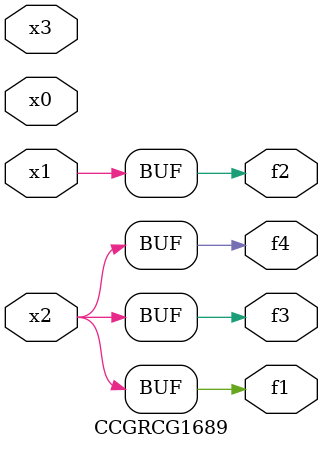
<source format=v>
module CCGRCG1689(
	input x0, x1, x2, x3,
	output f1, f2, f3, f4
);
	assign f1 = x2;
	assign f2 = x1;
	assign f3 = x2;
	assign f4 = x2;
endmodule

</source>
